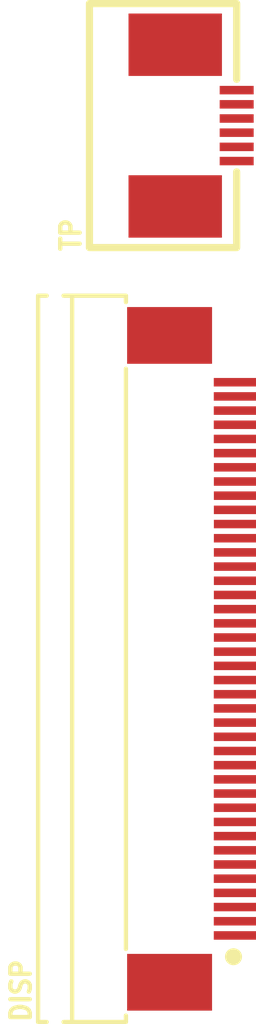
<source format=kicad_pcb>
(kicad_pcb (version 20241229) (generator "pcbnew") (generator_version "9.0")
  (layers (0 "F.Cu" signal "Top Layer") (2 "B.Cu" signal "Bottom Layer") (13 "F.Paste" user "Top Paste Mask Layer") (15 "B.Paste" user "Bottom Paste Mask Layer") (5 "F.SilkS" user "Top Silkscreen Layer") (7 "B.SilkS" user "Bottom Silkscreen Layer") (1 "F.Mask" user "Top Solder Mask Layer") (3 "B.Mask" user "Bottom Solder Mask Layer") (25 "Edge.Cuts" user "Multi-Layer"))
  (net 0 "")
  (footprint "ProPrj_wantalari_2025-02-21:FPC-SMD_P0.50-6P_LCS-SJ-H2.0" (layer "F.Cu") (at 118.885 57.168 90)
    (property "Reference" "TP" (at -4.5025 -4.369 90) (layer "F.SilkS") (effects (font (size 0.686 0.6285) (thickness 0.1525)) (justify left bottom)))
    (property "Value" "")
    (fp_line (start 4.3 -4.115) (end 4.3 1.085) (stroke (width 0.254)) (layer "F.SilkS"))
    (fp_line (start -4.3 -4.115) (end 4.3 -4.115) (stroke (width 0.254)) (layer "F.SilkS"))
    (fp_line (start 1.631 1.085) (end 4.3 1.085) (stroke (width 0.254)) (layer "F.SilkS"))
    (fp_line (start -4.3 1.085) (end -4.3 -4.115) (stroke (width 0.254)) (layer "F.SilkS"))
    (fp_line (start -4.3 1.085) (end -1.631 1.085) (stroke (width 0.254)) (layer "F.SilkS"))
    (pad "1" smd rect (at 1.25 1.085 270) (size 0.3 1.2) (layers "F.Cu" "F.Mask" "F.Paste"))
    (pad "2" smd rect (at 0.75 1.085 270) (size 0.3 1.2) (layers "F.Cu" "F.Mask" "F.Paste"))
    (pad "3" smd rect (at 0.25 1.085 270) (size 0.3 1.2) (layers "F.Cu" "F.Mask" "F.Paste"))
    (pad "4" smd rect (at -0.25 1.085 270) (size 0.3 1.2) (layers "F.Cu" "F.Mask" "F.Paste"))
    (pad "5" smd rect (at -0.75 1.085 270) (size 0.3 1.2) (layers "F.Cu" "F.Mask" "F.Paste"))
    (pad "6" smd rect (at -1.25 1.085 270) (size 0.3 1.2) (layers "F.Cu" "F.Mask" "F.Paste"))
    (pad "7" smd rect (at 2.85 -1.085 270) (size 2.2 3.3) (layers "F.Cu" "F.Mask" "F.Paste"))
    (pad "8" smd rect (at -2.85 -1.085 270) (size 2.2 3.3) (layers "F.Cu" "F.Mask" "F.Paste"))
  )
  (footprint "ProPrj_wantalari_2025-02-21:CONN-SMD_AFC07-S40ECC-00" (layer "F.Cu") (at 118.758 75.964 90)
    (property "Reference" "DISP" (at -12.8765 -6.004 90) (layer "F.SilkS") (effects (font (size 0.686 0.6285) (thickness 0.1525)) (justify left bottom)))
    (property "Value" "")
    (fp_line (start 12.8 -5.801) (end 12.8 -5.499) (stroke (width 0.152)) (layer "F.SilkS"))
    (fp_line (start -12.8005 -5.801) (end 12.8 -5.801) (stroke (width 0.152)) (layer "F.SilkS"))
    (fp_line (start -12.8005 -5.6005) (end -12.8005 -5.801) (stroke (width 0.152)) (layer "F.SilkS"))
    (fp_line (start -12.8005 -5.6005) (end -12.8005 -5.5) (stroke (width 0.152)) (layer "F.SilkS"))
    (fp_line (start 12.8 -4.6) (end 12.8 -4.9) (stroke (width 0.152)) (layer "F.SilkS"))
    (fp_line (start 12.8 -4.6) (end -12.8 -4.6) (stroke (width 0.152)) (layer "F.SilkS"))
    (fp_line (start -12.8 -4.6) (end -12.8 -4.9) (stroke (width 0.152)) (layer "F.SilkS"))
    (fp_line (start -12.8 -4.6) (end -12.8 -2.7) (stroke (width 0.152)) (layer "F.SilkS"))
    (fp_line (start 12.8 -2.7) (end 12.8 -4.6) (stroke (width 0.152)) (layer "F.SilkS"))
    (fp_line (start 12.8 -2.7) (end 12.575 -2.7) (stroke (width 0.152)) (layer "F.SilkS"))
    (fp_line (start 10.225 -2.7) (end -10.225 -2.7) (stroke (width 0.152)) (layer "F.SilkS"))
    (fp_line (start -12.8 -2.7) (end -12.575 -2.7) (stroke (width 0.152)) (layer "F.SilkS"))
    (fp_circle (center -10.5 1.1) (end -10.35 1.1) (stroke (width 0.3)) (fill no) (layer "F.SilkS"))
    (pad "1" smd rect (at -9.75 1.1535 90) (size 0.3 1.5) (layers "F.Cu" "F.Mask" "F.Paste"))
    (pad "2" smd rect (at -9.2495 1.1535 90) (size 0.3 1.5) (layers "F.Cu" "F.Mask" "F.Paste"))
    (pad "3" smd rect (at -8.7495 1.1535 90) (size 0.3 1.5) (layers "F.Cu" "F.Mask" "F.Paste"))
    (pad "4" smd rect (at -8.2495 1.1535 90) (size 0.3 1.5) (layers "F.Cu" "F.Mask" "F.Paste"))
    (pad "5" smd rect (at -7.7495 1.1535 90) (size 0.3 1.5) (layers "F.Cu" "F.Mask" "F.Paste"))
    (pad "6" smd rect (at -7.249 1.1535 90) (size 0.3 1.5) (layers "F.Cu" "F.Mask" "F.Paste"))
    (pad "7" smd rect (at -6.749 1.1535 90) (size 0.3 1.5) (layers "F.Cu" "F.Mask" "F.Paste"))
    (pad "8" smd rect (at -6.249 1.1535 90) (size 0.3 1.5) (layers "F.Cu" "F.Mask" "F.Paste"))
    (pad "9" smd rect (at -5.749 1.1535 90) (size 0.3 1.5) (layers "F.Cu" "F.Mask" "F.Paste"))
    (pad "10" smd rect (at -5.2485 1.1535 90) (size 0.3 1.5) (layers "F.Cu" "F.Mask" "F.Paste"))
    (pad "11" smd rect (at -4.7485 1.1535 90) (size 0.3 1.5) (layers "F.Cu" "F.Mask" "F.Paste"))
    (pad "12" smd rect (at -4.2485 1.1535 90) (size 0.3 1.5) (layers "F.Cu" "F.Mask" "F.Paste"))
    (pad "13" smd rect (at -3.7485 1.1535 90) (size 0.3 1.5) (layers "F.Cu" "F.Mask" "F.Paste"))
    (pad "14" smd rect (at -3.248 1.1535 90) (size 0.3 1.5) (layers "F.Cu" "F.Mask" "F.Paste"))
    (pad "15" smd rect (at -2.748 1.1545 90) (size 0.3 1.5) (layers "F.Cu" "F.Mask" "F.Paste"))
    (pad "16" smd rect (at -2.248 1.154 90) (size 0.3 1.5) (layers "F.Cu" "F.Mask" "F.Paste"))
    (pad "17" smd rect (at -1.748 1.153 90) (size 0.3 1.5) (layers "F.Cu" "F.Mask" "F.Paste"))
    (pad "18" smd rect (at -1.248 1.1535 90) (size 0.3 1.5) (layers "F.Cu" "F.Mask" "F.Paste"))
    (pad "19" smd rect (at -0.748 1.1535 90) (size 0.3 1.5) (layers "F.Cu" "F.Mask" "F.Paste"))
    (pad "20" smd rect (at -0.248 1.1565 90) (size 0.3 1.5) (layers "F.Cu" "F.Mask" "F.Paste"))
    (pad "21" smd rect (at 0.252 1.1565 90) (size 0.3 1.5) (layers "F.Cu" "F.Mask" "F.Paste"))
    (pad "22" smd rect (at 0.7515 1.1565 90) (size 0.3 1.5) (layers "F.Cu" "F.Mask" "F.Paste"))
    (pad "23" smd rect (at 1.2515 1.1565 90) (size 0.3 1.5) (layers "F.Cu" "F.Mask" "F.Paste"))
    (pad "24" smd rect (at 1.7515 1.1565 90) (size 0.3 1.5) (layers "F.Cu" "F.Mask" "F.Paste"))
    (pad "25" smd rect (at 2.2515 1.1565 90) (size 0.3 1.5) (layers "F.Cu" "F.Mask" "F.Paste"))
    (pad "26" smd rect (at 2.7515 1.157 90) (size 0.3 1.5) (layers "F.Cu" "F.Mask" "F.Paste"))
    (pad "27" smd rect (at 3.2515 1.1575 90) (size 0.3 1.5) (layers "F.Cu" "F.Mask" "F.Paste"))
    (pad "28" smd rect (at 3.7515 1.1565 90) (size 0.3 1.5) (layers "F.Cu" "F.Mask" "F.Paste"))
    (pad "29" smd rect (at 4.2515 1.1565 90) (size 0.3 1.5) (layers "F.Cu" "F.Mask" "F.Paste"))
    (pad "30" smd rect (at 4.751 1.157 90) (size 0.3 1.5) (layers "F.Cu" "F.Mask" "F.Paste"))
    (pad "31" smd rect (at 5.251 1.1565 90) (size 0.3 1.5) (layers "F.Cu" "F.Mask" "F.Paste"))
    (pad "32" smd rect (at 5.751 1.1565 90) (size 0.3 1.5) (layers "F.Cu" "F.Mask" "F.Paste"))
    (pad "33" smd rect (at 6.2505 1.1565 90) (size 0.3 1.5) (layers "F.Cu" "F.Mask" "F.Paste"))
    (pad "34" smd rect (at 6.751 1.1565 90) (size 0.3 1.5) (layers "F.Cu" "F.Mask" "F.Paste"))
    (pad "35" smd rect (at 7.2505 1.1565 90) (size 0.3 1.5) (layers "F.Cu" "F.Mask" "F.Paste"))
    (pad "36" smd rect (at 7.7505 1.1535 90) (size 0.3 1.5) (layers "F.Cu" "F.Mask" "F.Paste"))
    (pad "37" smd rect (at 8.2505 1.1535 90) (size 0.3 1.5) (layers "F.Cu" "F.Mask" "F.Paste"))
    (pad "38" smd rect (at 8.75 1.1535 90) (size 0.3 1.5) (layers "F.Cu" "F.Mask" "F.Paste"))
    (pad "39" smd rect (at 9.25 1.1535 90) (size 0.3 1.5) (layers "F.Cu" "F.Mask" "F.Paste"))
    (pad "40" smd rect (at 9.75 1.1535 90) (size 0.3 1.5) (layers "F.Cu" "F.Mask" "F.Paste"))
    (pad "41" smd rect (at 11.4 -1.1575 270) (size 2 3) (layers "F.Cu" "F.Mask" "F.Paste"))
    (pad "42" smd rect (at -11.4 -1.1575 90) (size 2 3) (layers "F.Cu" "F.Mask" "F.Paste"))
  )
)
</source>
